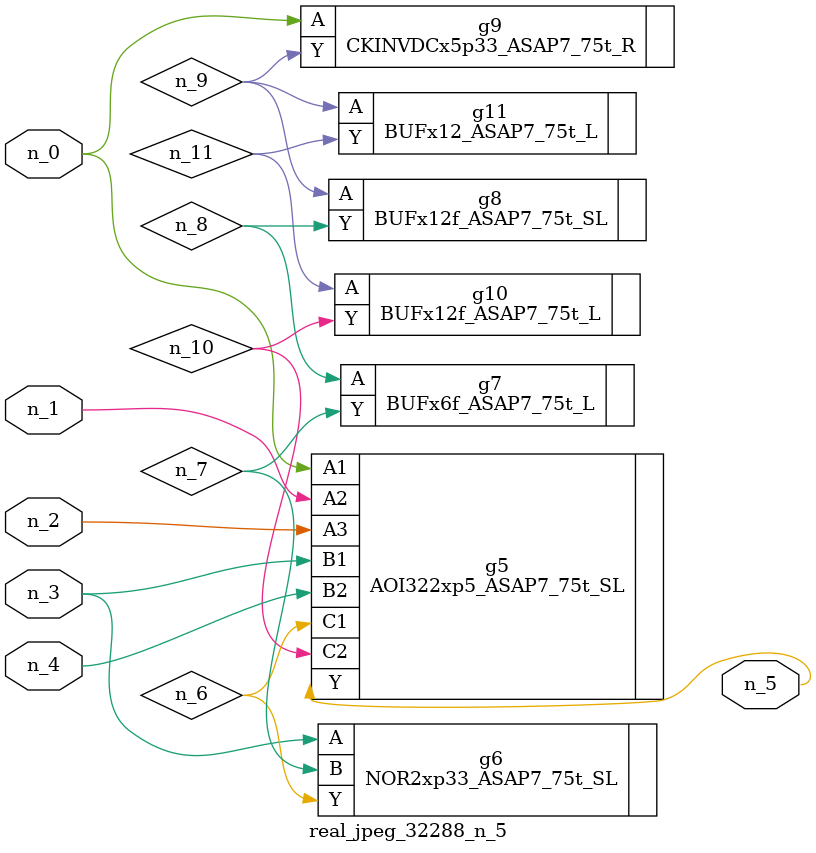
<source format=v>
module real_jpeg_32288_n_5 (n_4, n_0, n_1, n_2, n_3, n_5);

input n_4;
input n_0;
input n_1;
input n_2;
input n_3;

output n_5;

wire n_8;
wire n_11;
wire n_6;
wire n_7;
wire n_10;
wire n_9;

AOI322xp5_ASAP7_75t_SL g5 ( 
.A1(n_0),
.A2(n_1),
.A3(n_2),
.B1(n_3),
.B2(n_4),
.C1(n_6),
.C2(n_10),
.Y(n_5)
);

CKINVDCx5p33_ASAP7_75t_R g9 ( 
.A(n_0),
.Y(n_9)
);

NOR2xp33_ASAP7_75t_SL g6 ( 
.A(n_3),
.B(n_7),
.Y(n_6)
);

BUFx6f_ASAP7_75t_L g7 ( 
.A(n_8),
.Y(n_7)
);

BUFx12f_ASAP7_75t_SL g8 ( 
.A(n_9),
.Y(n_8)
);

BUFx12_ASAP7_75t_L g11 ( 
.A(n_9),
.Y(n_11)
);

BUFx12f_ASAP7_75t_L g10 ( 
.A(n_11),
.Y(n_10)
);


endmodule
</source>
